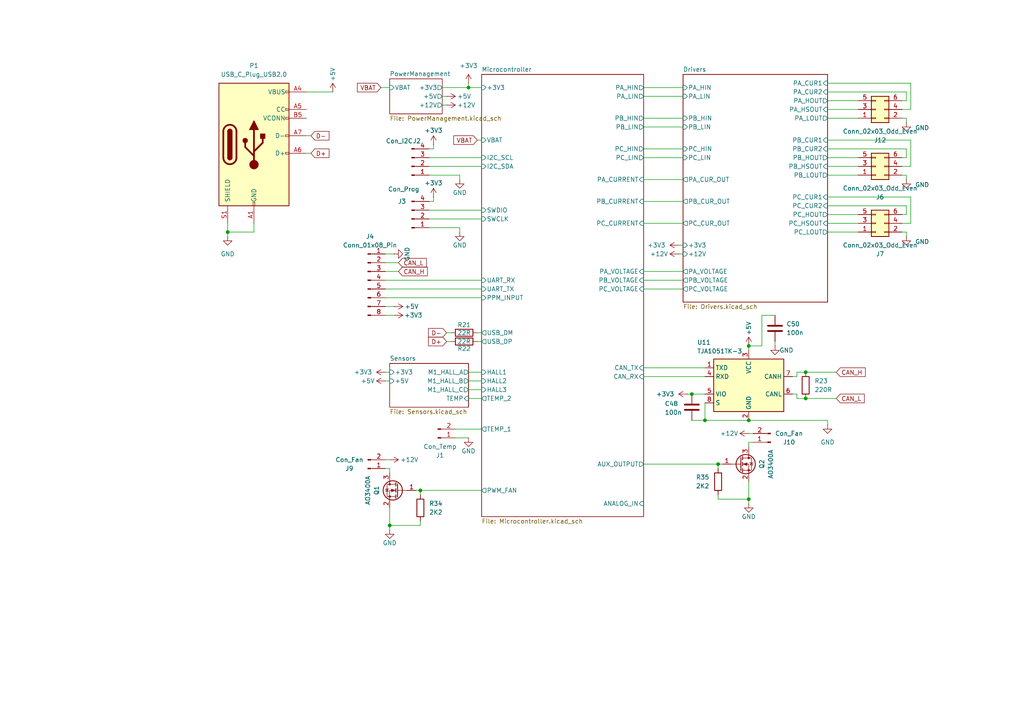
<source format=kicad_sch>
(kicad_sch (version 20250114) (generator "eeschema") (generator_version "9.0")
  (paper "A4")
  (lib_symbols
    (symbol "Connector:Conn_01x02_Pin" (pin_names (offset 1.016) (hide yes))
      (property "Reference" "J" (at 0 2.54 0))
      (property "Value" "Conn_01x02_Pin" (at 0 -5.08 0))
      (symbol "Conn_01x02_Pin_1_1"
        (rectangle (start 0.8636 0.127) (end 0 -0.127) (stroke (width 0.1524)) (fill (type outline)))
        (rectangle (start 0.8636 -2.413) (end 0 -2.667) (stroke (width 0.1524)) (fill (type outline)))
        (polyline (pts (xy 1.27 0) (xy 0.8636 0)) (stroke (width 0.1524)))
        (polyline (pts (xy 1.27 -2.54) (xy 0.8636 -2.54)) (stroke (width 0.1524)))
        (pin passive line (at 5.08 0 180) (length 3.81) (name "Pin_1") (number "1"))
        (pin passive line (at 5.08 -2.54 180) (length 3.81) (name "Pin_2") (number "2"))
      )
    )
    (symbol "Connector:Conn_01x04_Pin" (pin_names (offset 1.016) (hide yes))
      (property "Reference" "J" (at 0 5.08 0))
      (property "Value" "Conn_01x04_Pin" (at 0 -7.62 0))
      (symbol "Conn_01x04_Pin_1_1"
        (rectangle (start 0.8636 2.667) (end 0 2.413) (stroke (width 0.1524)) (fill (type outline)))
        (rectangle (start 0.8636 0.127) (end 0 -0.127) (stroke (width 0.1524)) (fill (type outline)))
        (rectangle (start 0.8636 -2.413) (end 0 -2.667) (stroke (width 0.1524)) (fill (type outline)))
        (rectangle (start 0.8636 -4.953) (end 0 -5.207) (stroke (width 0.1524)) (fill (type outline)))
        (polyline (pts (xy 1.27 2.54) (xy 0.8636 2.54)) (stroke (width 0.1524)))
        (polyline (pts (xy 1.27 0) (xy 0.8636 0)) (stroke (width 0.1524)))
        (polyline (pts (xy 1.27 -2.54) (xy 0.8636 -2.54)) (stroke (width 0.1524)))
        (polyline (pts (xy 1.27 -5.08) (xy 0.8636 -5.08)) (stroke (width 0.1524)))
        (pin passive line (at 5.08 2.54 180) (length 3.81) (name "Pin_1") (number "1"))
        (pin passive line (at 5.08 0 180) (length 3.81) (name "Pin_2") (number "2"))
        (pin passive line (at 5.08 -2.54 180) (length 3.81) (name "Pin_3") (number "3"))
        (pin passive line (at 5.08 -5.08 180) (length 3.81) (name "Pin_4") (number "4"))
      )
    )
    (symbol "Connector:Conn_01x08_Pin" (pin_names (offset 1.016) (hide yes))
      (property "Reference" "J" (at 0 10.16 0))
      (property "Value" "Conn_01x08_Pin" (at 0 -12.7 0))
      (symbol "Conn_01x08_Pin_1_1"
        (rectangle (start 0.8636 7.747) (end 0 7.493) (stroke (width 0.1524)) (fill (type outline)))
        (rectangle (start 0.8636 5.207) (end 0 4.953) (stroke (width 0.1524)) (fill (type outline)))
        (rectangle (start 0.8636 2.667) (end 0 2.413) (stroke (width 0.1524)) (fill (type outline)))
        (rectangle (start 0.8636 0.127) (end 0 -0.127) (stroke (width 0.1524)) (fill (type outline)))
        (rectangle (start 0.8636 -2.413) (end 0 -2.667) (stroke (width 0.1524)) (fill (type outline)))
        (rectangle (start 0.8636 -4.953) (end 0 -5.207) (stroke (width 0.1524)) (fill (type outline)))
        (rectangle (start 0.8636 -7.493) (end 0 -7.747) (stroke (width 0.1524)) (fill (type outline)))
        (rectangle (start 0.8636 -10.033) (end 0 -10.287) (stroke (width 0.1524)) (fill (type outline)))
        (polyline (pts (xy 1.27 7.62) (xy 0.8636 7.62)) (stroke (width 0.1524)))
        (polyline (pts (xy 1.27 5.08) (xy 0.8636 5.08)) (stroke (width 0.1524)))
        (polyline (pts (xy 1.27 2.54) (xy 0.8636 2.54)) (stroke (width 0.1524)))
        (polyline (pts (xy 1.27 0) (xy 0.8636 0)) (stroke (width 0.1524)))
        (polyline (pts (xy 1.27 -2.54) (xy 0.8636 -2.54)) (stroke (width 0.1524)))
        (polyline (pts (xy 1.27 -5.08) (xy 0.8636 -5.08)) (stroke (width 0.1524)))
        (polyline (pts (xy 1.27 -7.62) (xy 0.8636 -7.62)) (stroke (width 0.1524)))
        (polyline (pts (xy 1.27 -10.16) (xy 0.8636 -10.16)) (stroke (width 0.1524)))
        (pin passive line (at 5.08 7.62 180) (length 3.81) (name "Pin_1") (number "1"))
        (pin passive line (at 5.08 5.08 180) (length 3.81) (name "Pin_2") (number "2"))
        (pin passive line (at 5.08 2.54 180) (length 3.81) (name "Pin_3") (number "3"))
        (pin passive line (at 5.08 0 180) (length 3.81) (name "Pin_4") (number "4"))
        (pin passive line (at 5.08 -2.54 180) (length 3.81) (name "Pin_5") (number "5"))
        (pin passive line (at 5.08 -5.08 180) (length 3.81) (name "Pin_6") (number "6"))
        (pin passive line (at 5.08 -7.62 180) (length 3.81) (name "Pin_7") (number "7"))
        (pin passive line (at 5.08 -10.16 180) (length 3.81) (name "Pin_8") (number "8"))
      )
    )
    (symbol "Connector:USB_C_Plug_USB2.0" (pin_names (offset 1.016))
      (property "Reference" "P" (at -10.16 19.05 0))
      (property "Value" "USB_C_Plug_USB2.0" (at 12.7 19.05 0))
      (symbol "USB_C_Plug_USB2.0_0_0"
        (rectangle (start -0.254 -17.78) (end 0.254 -16.764))
        (rectangle (start 10.16 15.494) (end 9.144 14.986))
        (rectangle (start 10.16 10.414) (end 9.144 9.906))
        (rectangle (start 10.16 7.874) (end 9.144 7.366))
        (rectangle (start 10.16 2.794) (end 9.144 2.286))
        (rectangle (start 10.16 -2.286) (end 9.144 -2.794))
      )
      (symbol "USB_C_Plug_USB2.0_0_1"
        (rectangle (start -10.16 17.78) (end 10.16 -17.78) (stroke (width 0.254)) (fill (type background)))
        (polyline (pts (xy -8.89 -3.81) (xy -8.89 3.81)) (stroke (width 0.508)))
        (rectangle (start -7.62 -3.81) (end -6.35 3.81) (stroke (width 0.254)) (fill (type outline)))
        (arc (start -7.62 3.81) (mid -6.985 4.4423) (end -6.35 3.81) (stroke (width 0.254)))
        (arc (start -7.62 3.81) (mid -6.985 4.4423) (end -6.35 3.81) (stroke (width 0.254)) (fill (type outline)))
        (arc (start -8.89 3.81) (mid -6.985 5.7067) (end -5.08 3.81) (stroke (width 0.508)))
        (arc (start -5.08 -3.81) (mid -6.985 -5.7067) (end -8.89 -3.81) (stroke (width 0.508)))
        (arc (start -6.35 -3.81) (mid -6.985 -4.4423) (end -7.62 -3.81) (stroke (width 0.254)))
        (arc (start -6.35 -3.81) (mid -6.985 -4.4423) (end -7.62 -3.81) (stroke (width 0.254)) (fill (type outline)))
        (polyline (pts (xy -5.08 3.81) (xy -5.08 -3.81)) (stroke (width 0.508)))
        (circle (center -2.54 1.143) (radius 0.635) (stroke (width 0.254)) (fill (type outline)))
        (polyline (pts (xy -1.27 4.318) (xy 0 6.858) (xy 1.27 4.318) (xy -1.27 4.318)) (stroke (width 0.254)) (fill (type outline)))
        (polyline (pts (xy 0 -2.032) (xy 2.54 0.508) (xy 2.54 1.778)) (stroke (width 0.508)))
        (polyline (pts (xy 0 -3.302) (xy -2.54 -0.762) (xy -2.54 0.508)) (stroke (width 0.508)))
        (polyline (pts (xy 0 -5.842) (xy 0 4.318)) (stroke (width 0.508)))
        (circle (center 0 -5.842) (radius 1.27) (fill (type outline)))
        (rectangle (start 1.905 1.778) (end 3.175 3.048) (stroke (width 0.254)) (fill (type outline)))
      )
      (symbol "USB_C_Plug_USB2.0_1_1"
        (pin passive line (at -7.62 -22.86 90) (length 5.08) (name "SHIELD") (number "S1"))
        (pin passive line (at 0 -22.86 90) (length 5.08) (name "GND") (number "A1"))
        (pin passive line (at 0 -22.86 90) (length 5.08) (hide yes) (name "GND") (number "A12"))
        (pin passive line (at 0 -22.86 90) (length 5.08) (hide yes) (name "GND") (number "B1"))
        (pin passive line (at 0 -22.86 90) (length 5.08) (hide yes) (name "GND") (number "B12"))
        (pin passive line (at 15.24 15.24 180) (length 5.08) (name "VBUS") (number "A4"))
        (pin passive line (at 15.24 15.24 180) (length 5.08) (hide yes) (name "VBUS") (number "A9"))
        (pin passive line (at 15.24 15.24 180) (length 5.08) (hide yes) (name "VBUS") (number "B4"))
        (pin passive line (at 15.24 15.24 180) (length 5.08) (hide yes) (name "VBUS") (number "B9"))
        (pin bidirectional line (at 15.24 10.16 180) (length 5.08) (name "CC") (number "A5"))
        (pin bidirectional line (at 15.24 7.62 180) (length 5.08) (name "VCONN") (number "B5"))
        (pin bidirectional line (at 15.24 2.54 180) (length 5.08) (name "D-") (number "A7"))
        (pin bidirectional line (at 15.24 -2.54 180) (length 5.08) (name "D+") (number "A6"))
      )
    )
    (symbol "Connector_Generic:Conn_02x03_Odd_Even" (pin_names (offset 1.016) (hide yes))
      (property "Reference" "J" (at 1.27 5.08 0))
      (property "Value" "Conn_02x03_Odd_Even" (at 1.27 -5.08 0))
      (symbol "Conn_02x03_Odd_Even_1_1"
        (rectangle (start -1.27 3.81) (end 3.81 -3.81) (stroke (width 0.254)) (fill (type background)))
        (rectangle (start -1.27 2.667) (end 0 2.413) (stroke (width 0.1524)))
        (rectangle (start -1.27 0.127) (end 0 -0.127) (stroke (width 0.1524)))
        (rectangle (start -1.27 -2.413) (end 0 -2.667) (stroke (width 0.1524)))
        (rectangle (start 3.81 2.667) (end 2.54 2.413) (stroke (width 0.1524)))
        (rectangle (start 3.81 0.127) (end 2.54 -0.127) (stroke (width 0.1524)))
        (rectangle (start 3.81 -2.413) (end 2.54 -2.667) (stroke (width 0.1524)))
        (pin passive line (at -5.08 2.54 0) (length 3.81) (name "Pin_1") (number "1"))
        (pin passive line (at -5.08 0 0) (length 3.81) (name "Pin_3") (number "3"))
        (pin passive line (at -5.08 -2.54 0) (length 3.81) (name "Pin_5") (number "5"))
        (pin passive line (at 7.62 2.54 180) (length 3.81) (name "Pin_2") (number "2"))
        (pin passive line (at 7.62 0 180) (length 3.81) (name "Pin_4") (number "4"))
        (pin passive line (at 7.62 -2.54 180) (length 3.81) (name "Pin_6") (number "6"))
      )
    )
    (symbol "Device:C" (pin_numbers (hide yes)) (pin_names (offset 0.254))
      (property "Reference" "C" (at 0.635 2.54 0))
      (property "Value" "C" (at 0.635 -2.54 0))
      (symbol "C_0_1"
        (polyline (pts (xy -2.032 0.762) (xy 2.032 0.762)) (stroke (width 0.508)))
        (polyline (pts (xy -2.032 -0.762) (xy 2.032 -0.762)) (stroke (width 0.508)))
      )
      (symbol "C_1_1"
        (pin passive line (at 0 3.81 270) (length 2.794) (name "~") (number "1"))
        (pin passive line (at 0 -3.81 90) (length 2.794) (name "~") (number "2"))
      )
    )
    (symbol "Device:R" (pin_numbers (hide yes)) (pin_names (offset 0))
      (property "Reference" "R" (at 2.032 0 90))
      (property "Value" "R" (at 0 0 90))
      (symbol "R_0_1"
        (rectangle (start -1.016 -2.54) (end 1.016 2.54) (stroke (width 0.254)))
      )
      (symbol "R_1_1"
        (pin passive line (at 0 3.81 270) (length 1.27) (name "~") (number "1"))
        (pin passive line (at 0 -3.81 90) (length 1.27) (name "~") (number "2"))
      )
    )
    (symbol "Interface_CAN_LIN:TJA1051TK-3"
      (property "Reference" "U" (at -10.16 8.89 0))
      (property "Value" "TJA1051TK-3" (at 1.27 8.89 0))
      (symbol "TJA1051TK-3_0_1"
        (rectangle (start -10.16 7.62) (end 10.16 -7.62) (stroke (width 0.254)) (fill (type background)))
      )
      (symbol "TJA1051TK-3_1_1"
        (pin input line (at -12.7 5.08 0) (length 2.54) (name "TXD") (number "1"))
        (pin output line (at -12.7 2.54 0) (length 2.54) (name "RXD") (number "4"))
        (pin power_in line (at -12.7 -2.54 0) (length 2.54) (name "VIO") (number "5"))
        (pin input line (at -12.7 -5.08 0) (length 2.54) (name "S") (number "8"))
        (pin power_in line (at 0 10.16 270) (length 2.54) (name "VCC") (number "3"))
        (pin power_in line (at 0 -10.16 90) (length 2.54) (name "GND") (number "2"))
        (pin passive line (at 0 -10.16 90) (length 2.54) (hide yes) (name "GND") (number "9"))
        (pin bidirectional line (at 12.7 2.54 180) (length 2.54) (name "CANH") (number "7"))
        (pin bidirectional line (at 12.7 -2.54 180) (length 2.54) (name "CANL") (number "6"))
      )
    )
    (symbol "Transistor_FET:AO3400A" (pin_names (hide yes))
      (property "Reference" "Q" (at 5.08 1.905 0))
      (property "Value" "AO3400A" (at 5.08 0 0))
      (symbol "AO3400A_0_1"
        (polyline (pts (xy 0.254 1.905) (xy 0.254 -1.905)) (stroke (width 0.254)))
        (polyline (pts (xy 0.254 0) (xy -2.54 0)))
        (polyline (pts (xy 0.762 2.286) (xy 0.762 1.27)) (stroke (width 0.254)))
        (polyline (pts (xy 0.762 0.508) (xy 0.762 -0.508)) (stroke (width 0.254)))
        (polyline (pts (xy 0.762 -1.27) (xy 0.762 -2.286)) (stroke (width 0.254)))
        (polyline (pts (xy 0.762 -1.778) (xy 3.302 -1.778) (xy 3.302 1.778) (xy 0.762 1.778)))
        (polyline (pts (xy 1.016 0) (xy 2.032 0.381) (xy 2.032 -0.381) (xy 1.016 0)) (fill (type outline)))
        (circle (center 1.651 0) (radius 2.794) (stroke (width 0.254)))
        (polyline (pts (xy 2.54 2.54) (xy 2.54 1.778)))
        (circle (center 2.54 1.778) (radius 0.254) (fill (type outline)))
        (circle (center 2.54 -1.778) (radius 0.254) (fill (type outline)))
        (polyline (pts (xy 2.54 -2.54) (xy 2.54 0) (xy 0.762 0)))
        (polyline (pts (xy 2.794 0.508) (xy 2.921 0.381) (xy 3.683 0.381) (xy 3.81 0.254)))
        (polyline (pts (xy 3.302 0.381) (xy 2.921 -0.254) (xy 3.683 -0.254) (xy 3.302 0.381)))
      )
      (symbol "AO3400A_1_1"
        (pin input line (at -5.08 0 0) (length 2.54) (name "G") (number "1"))
        (pin passive line (at 2.54 5.08 270) (length 2.54) (name "D") (number "3"))
        (pin passive line (at 2.54 -5.08 90) (length 2.54) (name "S") (number "2"))
      )
    )
    (symbol "power:+12V" (power) (pin_numbers (hide yes)) (pin_names (offset 0) (hide yes))
      (property "Value" "+12V" (at 0 3.556 0))
      (symbol "+12V_0_1"
        (polyline (pts (xy -0.762 1.27) (xy 0 2.54)))
        (polyline (pts (xy 0 2.54) (xy 0.762 1.27)))
        (polyline (pts (xy 0 0) (xy 0 2.54)))
      )
      (symbol "+12V_1_1"
        (pin power_in line (at 0 0 90) (length 0) (name "~") (number "1"))
      )
    )
    (symbol "power:+3V3" (power) (pin_numbers (hide yes)) (pin_names (offset 0) (hide yes))
      (property "Value" "+3V3" (at 0 3.556 0))
      (symbol "+3V3_0_1"
        (polyline (pts (xy -0.762 1.27) (xy 0 2.54)))
        (polyline (pts (xy 0 2.54) (xy 0.762 1.27)))
        (polyline (pts (xy 0 0) (xy 0 2.54)))
      )
      (symbol "+3V3_1_1"
        (pin power_in line (at 0 0 90) (length 0) (name "~") (number "1"))
      )
    )
    (symbol "power:+5V" (power) (pin_numbers (hide yes)) (pin_names (offset 0) (hide yes))
      (property "Value" "+5V" (at 0 3.556 0))
      (symbol "+5V_0_1"
        (polyline (pts (xy -0.762 1.27) (xy 0 2.54)))
        (polyline (pts (xy 0 2.54) (xy 0.762 1.27)))
        (polyline (pts (xy 0 0) (xy 0 2.54)))
      )
      (symbol "+5V_1_1"
        (pin power_in line (at 0 0 90) (length 0) (name "~") (number "1"))
      )
    )
    (symbol "power:GND" (power) (pin_numbers (hide yes)) (pin_names (offset 0) (hide yes))
      (property "Value" "GND" (at 0 -3.81 0))
      (symbol "GND_0_1"
        (polyline (pts (xy 0 0) (xy 0 -1.27) (xy 1.27 -1.27) (xy 0 -2.54) (xy -1.27 -1.27) (xy 0 -1.27)))
      )
      (symbol "GND_1_1"
        (pin power_in line (at 0 0 270) (length 0) (name "~") (number "1"))
      )
    )
  )
  (junction (at 208.28 134.62))
  (junction (at 200.66 114.3))
  (junction (at 217.17 121.92))
  (junction (at 121.92 142.24))
  (junction (at 233.68 107.95))
  (junction (at 66.04 67.31))
  (junction (at 217.17 100.33))
  (junction (at 113.03 152.4))
  (junction (at 204.47 121.92))
  (junction (at 233.68 115.57))
  (junction (at 135.89 25.4))
  (junction (at 217.17 144.78))
  (wire (pts (xy 113.03 137.16) (xy 113.03 135.89)))
  (wire (pts (xy 240.03 59.69) (xy 262.89 59.69)))
  (wire (pts (xy 220.98 100.33) (xy 220.98 91.44)))
  (wire (pts (xy 111.76 83.82) (xy 139.7 83.82)))
  (wire (pts (xy 111.76 91.44) (xy 114.3 91.44)))
  (wire (pts (xy 217.17 144.78) (xy 208.28 144.78)))
  (wire (pts (xy 139.7 99.06) (xy 138.43 99.06)))
  (wire (pts (xy 186.69 109.22) (xy 204.47 109.22)))
  (wire (pts (xy 186.69 25.4) (xy 198.12 25.4)))
  (wire (pts (xy 240.03 31.75) (xy 248.92 31.75)))
  (wire (pts (xy 200.66 121.92) (xy 204.47 121.92)))
  (wire (pts (xy 111.76 81.28) (xy 139.7 81.28)))
  (wire (pts (xy 240.03 121.92) (xy 217.17 121.92)))
  (wire (pts (xy 262.89 45.72) (xy 261.62 45.72)))
  (wire (pts (xy 199.39 114.3) (xy 200.66 114.3)))
  (wire (pts (xy 200.66 114.3) (xy 204.47 114.3)))
  (wire (pts (xy 73.66 64.77) (xy 73.66 67.31)))
  (wire (pts (xy 186.69 81.28) (xy 198.12 81.28)))
  (wire (pts (xy 186.69 64.77) (xy 198.12 64.77)))
  (wire (pts (xy 208.28 134.62) (xy 208.28 135.89)))
  (wire (pts (xy 217.17 144.78) (xy 217.17 146.05)))
  (wire (pts (xy 218.44 125.73) (xy 217.17 125.73)))
  (wire (pts (xy 132.08 124.46) (xy 139.7 124.46)))
  (wire (pts (xy 186.69 78.74) (xy 198.12 78.74)))
  (wire (pts (xy 240.03 121.92) (xy 240.03 123.19)))
  (wire (pts (xy 66.04 67.31) (xy 73.66 67.31)))
  (wire (pts (xy 124.46 50.8) (xy 133.35 50.8)))
  (wire (pts (xy 217.17 101.6) (xy 217.17 100.33)))
  (wire (pts (xy 124.46 43.18) (xy 125.73 43.18)))
  (wire (pts (xy 240.03 34.29) (xy 248.92 34.29)))
  (wire (pts (xy 124.46 60.96) (xy 139.7 60.96)))
  (wire (pts (xy 231.14 115.57) (xy 233.68 115.57)))
  (wire (pts (xy 124.46 63.5) (xy 139.7 63.5)))
  (wire (pts (xy 186.69 58.42) (xy 198.12 58.42)))
  (wire (pts (xy 111.76 110.49) (xy 113.03 110.49)))
  (wire (pts (xy 124.46 45.72) (xy 139.7 45.72)))
  (wire (pts (xy 133.35 50.8) (xy 133.35 52.07)))
  (wire (pts (xy 261.62 64.77) (xy 264.16 64.77)))
  (wire (pts (xy 261.62 50.8) (xy 262.89 50.8)))
  (wire (pts (xy 231.14 107.95) (xy 233.68 107.95)))
  (wire (pts (xy 229.87 109.22) (xy 231.14 109.22)))
  (wire (pts (xy 135.89 25.4) (xy 139.7 25.4)))
  (wire (pts (xy 231.14 114.3) (xy 231.14 115.57)))
  (wire (pts (xy 217.17 128.27) (xy 218.44 128.27)))
  (wire (pts (xy 186.69 45.72) (xy 198.12 45.72)))
  (wire (pts (xy 262.89 26.67) (xy 262.89 29.21)))
  (wire (pts (xy 110.49 25.4) (xy 113.03 25.4)))
  (wire (pts (xy 124.46 48.26) (xy 139.7 48.26)))
  (wire (pts (xy 186.69 106.68) (xy 204.47 106.68)))
  (wire (pts (xy 130.81 99.06) (xy 129.54 99.06)))
  (wire (pts (xy 135.89 115.57) (xy 139.7 115.57)))
  (wire (pts (xy 261.62 67.31) (xy 262.89 67.31)))
  (wire (pts (xy 264.16 48.26) (xy 264.16 40.64)))
  (wire (pts (xy 262.89 62.23) (xy 261.62 62.23)))
  (wire (pts (xy 125.73 43.18) (xy 125.73 41.91)))
  (wire (pts (xy 224.79 99.06) (xy 224.79 100.33)))
  (wire (pts (xy 133.35 66.04) (xy 133.35 67.31)))
  (wire (pts (xy 186.69 43.18) (xy 198.12 43.18)))
  (wire (pts (xy 111.76 86.36) (xy 139.7 86.36)))
  (wire (pts (xy 196.85 73.66) (xy 198.12 73.66)))
  (wire (pts (xy 132.08 127) (xy 135.89 127)))
  (wire (pts (xy 264.16 31.75) (xy 261.62 31.75)))
  (wire (pts (xy 111.76 78.74) (xy 115.57 78.74)))
  (wire (pts (xy 262.89 67.31) (xy 262.89 68.58)))
  (wire (pts (xy 88.9 26.67) (xy 96.52 26.67)))
  (wire (pts (xy 208.28 134.62) (xy 186.69 134.62)))
  (wire (pts (xy 111.76 107.95) (xy 113.03 107.95)))
  (wire (pts (xy 196.85 71.12) (xy 198.12 71.12)))
  (wire (pts (xy 261.62 34.29) (xy 262.89 34.29)))
  (wire (pts (xy 186.69 34.29) (xy 198.12 34.29)))
  (wire (pts (xy 186.69 27.94) (xy 198.12 27.94)))
  (wire (pts (xy 113.03 152.4) (xy 113.03 153.67)))
  (wire (pts (xy 138.43 40.64) (xy 139.7 40.64)))
  (wire (pts (xy 121.92 142.24) (xy 139.7 142.24)))
  (wire (pts (xy 262.89 29.21) (xy 261.62 29.21)))
  (wire (pts (xy 186.69 83.82) (xy 198.12 83.82)))
  (wire (pts (xy 240.03 24.13) (xy 264.16 24.13)))
  (wire (pts (xy 135.89 24.13) (xy 135.89 25.4)))
  (wire (pts (xy 240.03 26.67) (xy 262.89 26.67)))
  (wire (pts (xy 88.9 44.45) (xy 90.17 44.45)))
  (wire (pts (xy 262.89 59.69) (xy 262.89 62.23)))
  (wire (pts (xy 88.9 39.37) (xy 90.17 39.37)))
  (wire (pts (xy 231.14 109.22) (xy 231.14 107.95)))
  (wire (pts (xy 113.03 147.32) (xy 113.03 152.4)))
  (wire (pts (xy 240.03 62.23) (xy 248.92 62.23)))
  (wire (pts (xy 186.69 36.83) (xy 198.12 36.83)))
  (wire (pts (xy 129.54 30.48) (xy 128.27 30.48)))
  (wire (pts (xy 66.04 67.31) (xy 66.04 68.58)))
  (wire (pts (xy 240.03 64.77) (xy 248.92 64.77)))
  (wire (pts (xy 111.76 73.66) (xy 114.3 73.66)))
  (wire (pts (xy 113.03 152.4) (xy 121.92 152.4)))
  (wire (pts (xy 220.98 91.44) (xy 224.79 91.44)))
  (wire (pts (xy 135.89 110.49) (xy 139.7 110.49)))
  (wire (pts (xy 233.68 115.57) (xy 242.57 115.57)))
  (wire (pts (xy 128.27 25.4) (xy 135.89 25.4)))
  (wire (pts (xy 186.69 52.07) (xy 198.12 52.07)))
  (wire (pts (xy 262.89 43.18) (xy 262.89 45.72)))
  (wire (pts (xy 264.16 24.13) (xy 264.16 31.75)))
  (wire (pts (xy 135.89 107.95) (xy 139.7 107.95)))
  (wire (pts (xy 204.47 116.84) (xy 204.47 121.92)))
  (wire (pts (xy 135.89 113.03) (xy 139.7 113.03)))
  (wire (pts (xy 111.76 133.35) (xy 113.03 133.35)))
  (wire (pts (xy 129.54 27.94) (xy 128.27 27.94)))
  (wire (pts (xy 113.03 135.89) (xy 111.76 135.89)))
  (wire (pts (xy 240.03 45.72) (xy 248.92 45.72)))
  (wire (pts (xy 66.04 64.77) (xy 66.04 67.31)))
  (wire (pts (xy 204.47 121.92) (xy 217.17 121.92)))
  (wire (pts (xy 124.46 58.42) (xy 125.73 58.42)))
  (wire (pts (xy 217.17 100.33) (xy 220.98 100.33)))
  (wire (pts (xy 262.89 50.8) (xy 262.89 52.07)))
  (wire (pts (xy 233.68 107.95) (xy 242.57 107.95)))
  (wire (pts (xy 240.03 43.18) (xy 262.89 43.18)))
  (wire (pts (xy 262.89 34.29) (xy 262.89 35.56)))
  (wire (pts (xy 264.16 40.64) (xy 240.03 40.64)))
  (wire (pts (xy 125.73 58.42) (xy 125.73 57.15)))
  (wire (pts (xy 217.17 129.54) (xy 217.17 128.27)))
  (wire (pts (xy 139.7 96.52) (xy 138.43 96.52)))
  (wire (pts (xy 121.92 142.24) (xy 121.92 143.51)))
  (wire (pts (xy 240.03 50.8) (xy 248.92 50.8)))
  (wire (pts (xy 120.65 142.24) (xy 121.92 142.24)))
  (wire (pts (xy 264.16 48.26) (xy 261.62 48.26)))
  (wire (pts (xy 240.03 67.31) (xy 248.92 67.31)))
  (wire (pts (xy 229.87 114.3) (xy 231.14 114.3)))
  (wire (pts (xy 208.28 144.78) (xy 208.28 143.51)))
  (wire (pts (xy 130.81 96.52) (xy 129.54 96.52)))
  (wire (pts (xy 111.76 88.9) (xy 114.3 88.9)))
  (wire (pts (xy 209.55 134.62) (xy 208.28 134.62)))
  (wire (pts (xy 121.92 152.4) (xy 121.92 151.13)))
  (wire (pts (xy 264.16 57.15) (xy 264.16 64.77)))
  (wire (pts (xy 240.03 57.15) (xy 264.16 57.15)))
  (wire (pts (xy 217.17 139.7) (xy 217.17 144.78)))
  (wire (pts (xy 240.03 29.21) (xy 248.92 29.21)))
  (wire (pts (xy 240.03 48.26) (xy 248.92 48.26)))
  (wire (pts (xy 124.46 66.04) (xy 133.35 66.04)))
  (wire (pts (xy 111.76 76.2) (xy 115.57 76.2)))
  (global_label "VBAT" (shape input) (at 138.43 40.64 180) (property "Intersheetrefs" "${INTERSHEET_REFS}" (effects (hide yes))))
  (global_label "D+" (shape input) (at 129.54 99.06 180) (property "Intersheetrefs" "${INTERSHEET_REFS}" (effects (hide yes))))
  (global_label "CAN_H" (shape input) (at 115.57 78.74 0) (property "Intersheetrefs" "${INTERSHEET_REFS}" (effects (hide yes))))
  (global_label "CAN_H" (shape input) (at 242.57 107.95 0) (property "Intersheetrefs" "${INTERSHEET_REFS}" (effects (hide yes))))
  (global_label "D-" (shape input) (at 90.17 39.37 0) (property "Intersheetrefs" "${INTERSHEET_REFS}" (effects (hide yes))))
  (global_label "CAN_L" (shape input) (at 242.57 115.57 0) (property "Intersheetrefs" "${INTERSHEET_REFS}" (effects (hide yes))))
  (global_label "D+" (shape input) (at 90.17 44.45 0) (property "Intersheetrefs" "${INTERSHEET_REFS}" (effects (hide yes))))
  (global_label "CAN_L" (shape input) (at 115.57 76.2 0) (property "Intersheetrefs" "${INTERSHEET_REFS}" (effects (hide yes))))
  (global_label "VBAT" (shape input) (at 110.49 25.4 180) (property "Intersheetrefs" "${INTERSHEET_REFS}" (effects (hide yes))))
  (global_label "D-" (shape input) (at 129.54 96.52 180) (property "Intersheetrefs" "${INTERSHEET_REFS}" (effects (hide yes))))
  (symbol (lib_id "power:+5V") (at 217.17 100.33 0) (unit 1)
    (property "Reference" "#PWR049" (effects (hide yes)))
    (property "Value" "+5V" (at 217.17 97.282 90) (effects (justify left)))
    (property "Description" "Power symbol creates a global label with name \"+5V\"" (effects (hide yes)))
  )
  (symbol (lib_id "power:GND") (at 240.03 123.19 0) (unit 1)
    (property "Reference" "#PWR045" (effects (hide yes)))
    (property "Value" "GND" (at 240.03 128.27 0))
    (property "Description" "Power symbol creates a global label with name \"GND\" , ground" (effects (hide yes)))
  )
  (symbol (lib_id "Connector:Conn_01x08_Pin") (at 106.68 81.28 0) (unit 1)
    (property "Reference" "J4" (at 107.315 68.58 0))
    (property "Value" "Conn_01x08_Pin" (at 107.315 71.12 0))
    (property "Footprint" "Connector_JST:JST_EH_B8B-EH-A_1x08_P2.50mm_Vertical" (effects (hide yes)))
    (property "Description" "Generic connector, single row, 01x08, script generated" (effects (hide yes)))
  )
  (symbol (lib_id "Connector_Generic:Conn_02x03_Odd_Even") (at 254 64.77 0) (mirror x) (unit 1)
    (property "Reference" "J7" (at 255.27 73.66 0))
    (property "Value" "Conn_02x03_Odd_Even" (at 255.27 71.12 0))
    (property "Footprint" "Connector_PinHeader_2.54mm:PinHeader_2x03_P2.54mm_Vertical" (effects (hide yes)))
    (property "Description" "Generic connector, double row, 02x03, odd/even pin numbering scheme (row 1 odd numbers, row 2 even numbers), script generated (kicad-library-utils/schlib/autogen/connector/)" (effects (hide yes)))
  )
  (symbol (lib_id "Device:R") (at 208.28 139.7 0) (mirror y) (unit 1)
    (property "Reference" "R35" (at 205.74 138.4299 0) (effects (justify left)))
    (property "Value" "2K2" (at 205.74 140.9699 0) (effects (justify left)))
    (property "Footprint" "Resistor_SMD:R_0402_1005Metric" (effects (hide yes)))
    (property "Description" "Resistor" (effects (hide yes)))
  )
  (symbol (lib_id "power:+3V3") (at 111.76 107.95 90) (unit 1)
    (property "Reference" "#PWR028" (effects (hide yes)))
    (property "Value" "+3V3" (at 107.95 107.9499 90) (effects (justify left)))
    (property "Description" "Power symbol creates a global label with name \"+3V3\"" (effects (hide yes)))
  )
  (symbol (lib_id "power:+5V") (at 114.3 88.9 270) (unit 1)
    (property "Reference" "#PWR050" (effects (hide yes)))
    (property "Value" "+5V" (at 117.348 88.9 90) (effects (justify left)))
    (property "Description" "Power symbol creates a global label with name \"+5V\"" (effects (hide yes)))
  )
  (symbol (lib_id "power:+12V") (at 217.17 125.73 90) (mirror x) (unit 1)
    (property "Reference" "#PWR064" (effects (hide yes)))
    (property "Value" "+12V" (at 214.122 125.73 90) (effects (justify left)))
    (property "Description" "Power symbol creates a global label with name \"+12V\"" (effects (hide yes)))
  )
  (symbol (lib_id "Connector:Conn_01x04_Pin") (at 119.38 63.5 0) (mirror x) (unit 1)
    (property "Reference" "J3" (at 116.586 58.42 0))
    (property "Value" "Con_Prog" (at 117.094 54.864 0))
    (property "Footprint" "Connector_JST:JST_EH_B4B-EH-A_1x04_P2.50mm_Vertical" (effects (hide yes)))
    (property "Description" "Generic connector, single row, 01x04, script generated" (effects (hide yes)))
  )
  (symbol (lib_id "Transistor_FET:AO3400A") (at 214.63 134.62 0) (unit 1)
    (property "Reference" "Q2" (at 220.98 134.62 90))
    (property "Value" "AO3400A" (at 223.52 134.62 90))
    (property "Footprint" "Package_TO_SOT_SMD:SOT-23" (effects (hide yes)))
    (property "Datasheet" "http://www.aosmd.com/pdfs/datasheet/AO3400A.pdf" (effects (hide yes)))
    (property "Description" "30V Vds, 5.7A Id, N-Channel MOSFET, SOT-23" (effects (hide yes)))
  )
  (symbol (lib_id "power:+5V") (at 111.76 110.49 90) (unit 1)
    (property "Reference" "#PWR025" (effects (hide yes)))
    (property "Value" "+5V" (at 108.712 110.49 90) (effects (justify left)))
    (property "Description" "Power symbol creates a global label with name \"+5V\"" (effects (hide yes)))
  )
  (symbol (lib_id "power:GND") (at 262.89 68.58 0) (unit 1)
    (property "Reference" "#PWR057" (effects (hide yes)))
    (property "Value" "GND" (at 267.462 70.104 0))
    (property "Description" "Power symbol creates a global label with name \"GND\" , ground" (effects (hide yes)))
  )
  (symbol (lib_id "Transistor_FET:AO3400A") (at 115.57 142.24 0) (mirror y) (unit 1)
    (property "Reference" "Q1" (at 109.22 142.24 90))
    (property "Value" "AO3400A" (at 106.68 142.24 90))
    (property "Footprint" "Package_TO_SOT_SMD:SOT-23" (effects (hide yes)))
    (property "Datasheet" "http://www.aosmd.com/pdfs/datasheet/AO3400A.pdf" (effects (hide yes)))
    (property "Description" "30V Vds, 5.7A Id, N-Channel MOSFET, SOT-23" (effects (hide yes)))
  )
  (symbol (lib_id "power:+3V3") (at 125.73 41.91 0) (unit 1)
    (property "Reference" "#PWR030" (effects (hide yes)))
    (property "Value" "+3V3" (at 125.73 37.846 0))
    (property "Description" "Power symbol creates a global label with name \"+3V3\"" (effects (hide yes)))
  )
  (symbol (lib_id "power:GND") (at 262.89 35.56 0) (unit 1)
    (property "Reference" "#PWR055" (effects (hide yes)))
    (property "Value" "GND" (at 267.462 37.084 0))
    (property "Description" "Power symbol creates a global label with name \"GND\" , ground" (effects (hide yes)))
  )
  (symbol (lib_id "power:GND") (at 224.79 100.33 0) (unit 1)
    (property "Reference" "#PWR048" (effects (hide yes)))
    (property "Value" "GND" (at 228.092 101.6 0))
    (property "Description" "Power symbol creates a global label with name \"GND\" , ground" (effects (hide yes)))
  )
  (symbol (lib_id "power:+12V") (at 129.54 30.48 270) (unit 1)
    (property "Reference" "#PWR07" (effects (hide yes)))
    (property "Value" "+12V" (at 132.588 30.48 90) (effects (justify left)))
    (property "Description" "Power symbol creates a global label with name \"+12V\"" (effects (hide yes)))
  )
  (symbol (lib_id "Device:C") (at 200.66 118.11 0) (unit 1)
    (property "Reference" "C48" (at 192.786 117.094 0) (effects (justify left)))
    (property "Value" "100n" (at 192.786 119.634 0) (effects (justify left)))
    (property "Footprint" "Capacitor_SMD:C_0402_1005Metric" (effects (hide yes)))
    (property "Description" "Unpolarized capacitor" (effects (hide yes)))
  )
  (symbol (lib_id "power:+3V3") (at 114.3 91.44 270) (unit 1)
    (property "Reference" "#PWR042" (effects (hide yes)))
    (property "Value" "+3V3" (at 119.888 91.44 90))
    (property "Description" "Power symbol creates a global label with name \"+3V3\"" (effects (hide yes)))
  )
  (symbol (lib_id "Device:R") (at 134.62 99.06 90) (unit 1)
    (property "Reference" "R22" (at 134.62 101.092 90))
    (property "Value" "22R" (at 134.62 99.06 90))
    (property "Footprint" "Resistor_SMD:R_0402_1005Metric" (effects (hide yes)))
    (property "Description" "Resistor" (effects (hide yes)))
  )
  (symbol (lib_id "Connector_Generic:Conn_02x03_Odd_Even") (at 254 48.26 0) (mirror x) (unit 1)
    (property "Reference" "J6" (at 255.27 57.15 0))
    (property "Value" "Conn_02x03_Odd_Even" (at 255.27 54.61 0))
    (property "Footprint" "Connector_PinHeader_2.54mm:PinHeader_2x03_P2.54mm_Vertical" (effects (hide yes)))
    (property "Description" "Generic connector, double row, 02x03, odd/even pin numbering scheme (row 1 odd numbers, row 2 even numbers), script generated (kicad-library-utils/schlib/autogen/connector/)" (effects (hide yes)))
  )
  (symbol (lib_id "power:GND") (at 113.03 153.67 0) (unit 1)
    (property "Reference" "#PWR062" (effects (hide yes)))
    (property "Value" "GND" (at 113.03 157.48 0))
    (property "Description" "Power symbol creates a global label with name \"GND\" , ground" (effects (hide yes)))
  )
  (symbol (lib_id "power:+3V3") (at 125.73 57.15 0) (unit 1)
    (property "Reference" "#PWR035" (effects (hide yes)))
    (property "Value" "+3V3" (at 125.73 53.086 0))
    (property "Description" "Power symbol creates a global label with name \"+3V3\"" (effects (hide yes)))
  )
  (symbol (lib_id "Interface_CAN_LIN:TJA1051TK-3") (at 217.17 111.76 0) (unit 1)
    (property "Reference" "U11" (at 202.184 99.314 0) (effects (justify left)))
    (property "Value" "TJA1051TK-3" (at 202.184 101.854 0) (effects (justify left)))
    (property "Footprint" "Package_SON:HVSON-8-1EP_3x3mm_P0.65mm_EP1.6x2.4mm" (effects (hide yes)))
    (property "Datasheet" "https://www.nxp.com/docs/en/data-sheet/TJA1051.pdf" (effects (hide yes)))
    (property "Description" "High-Speed CAN Transceiver, separate VIO, silent mode, VSON-8 (DFN-8)" (effects (hide yes)))
  )
  (symbol (lib_id "power:GND") (at 135.89 127 0) (unit 1)
    (property "Reference" "#PWR051" (effects (hide yes)))
    (property "Value" "GND" (at 135.89 130.81 0))
    (property "Description" "Power symbol creates a global label with name \"GND\" , ground" (effects (hide yes)))
  )
  (symbol (lib_id "Device:C") (at 224.79 95.25 0) (unit 1)
    (property "Reference" "C50" (at 228.092 93.98 0) (effects (justify left)))
    (property "Value" "100n" (at 228.092 96.52 0) (effects (justify left)))
    (property "Footprint" "Capacitor_SMD:C_0402_1005Metric" (effects (hide yes)))
    (property "Description" "Unpolarized capacitor" (effects (hide yes)))
  )
  (symbol (lib_id "Connector:Conn_01x04_Pin") (at 119.38 48.26 0) (mirror x) (unit 1)
    (property "Reference" "J2" (at 120.904 40.894 0))
    (property "Value" "Con_I2C" (at 115.824 40.894 0))
    (property "Footprint" "Connector_JST:JST_EH_B4B-EH-A_1x04_P2.50mm_Vertical" (effects (hide yes)))
    (property "Description" "Generic connector, single row, 01x04, script generated" (effects (hide yes)))
  )
  (symbol (lib_id "power:GND") (at 217.17 146.05 0) (mirror y) (unit 1)
    (property "Reference" "#PWR065" (effects (hide yes)))
    (property "Value" "GND" (at 217.17 149.86 0))
    (property "Description" "Power symbol creates a global label with name \"GND\" , ground" (effects (hide yes)))
  )
  (symbol (lib_id "Connector:Conn_01x02_Pin") (at 127 127 0) (mirror x) (unit 1)
    (property "Reference" "J1" (at 127.635 132.08 0))
    (property "Value" "Con_Temp" (at 127.635 129.54 0))
    (property "Footprint" "Connector_JST:JST_EH_B2B-EH-A_1x02_P2.50mm_Vertical" (effects (hide yes)))
    (property "Description" "Generic connector, single row, 01x02, script generated" (effects (hide yes)))
  )
  (symbol (lib_id "Device:R") (at 134.62 96.52 90) (unit 1)
    (property "Reference" "R21" (at 134.62 94.234 90))
    (property "Value" "22R" (at 134.62 96.52 90))
    (property "Footprint" "Resistor_SMD:R_0402_1005Metric" (effects (hide yes)))
    (property "Description" "Resistor" (effects (hide yes)))
  )
  (symbol (lib_id "Connector:USB_C_Plug_USB2.0") (at 73.66 41.91 0) (unit 1)
    (property "Reference" "P1" (at 73.66 19.05 0))
    (property "Value" "USB_C_Plug_USB2.0" (at 73.66 21.59 0))
    (property "Footprint" "Connector_USB:USB_C_Receptacle_G-Switch_GT-USB-7010ASV" (effects (hide yes)))
    (property "Datasheet" "https://www.usb.org/sites/default/files/documents/usb_type-c.zip" (effects (hide yes)))
    (property "Description" "USB 2.0-only Type-C Plug connector" (effects (hide yes)))
  )
  (symbol (lib_id "power:+5V") (at 96.52 26.67 0) (unit 1)
    (property "Reference" "#PWR043" (effects (hide yes)))
    (property "Value" "+5V" (at 96.52 23.622 90) (effects (justify left)))
    (property "Description" "Power symbol creates a global label with name \"+5V\"" (effects (hide yes)))
  )
  (symbol (lib_id "Connector:Conn_01x02_Pin") (at 223.52 128.27 180) (unit 1)
    (property "Reference" "J10" (at 228.854 128.27 0))
    (property "Value" "Con_Fan" (at 228.854 125.73 0))
    (property "Footprint" "Connector_JST:JST_EH_B2B-EH-A_1x02_P2.50mm_Vertical" (effects (hide yes)))
    (property "Description" "Generic connector, single row, 01x02, script generated" (effects (hide yes)))
  )
  (symbol (lib_id "power:GND") (at 114.3 73.66 90) (unit 1)
    (property "Reference" "#PWR041" (effects (hide yes)))
    (property "Value" "GND" (at 118.11 73.66 0))
    (property "Description" "Power symbol creates a global label with name \"GND\" , ground" (effects (hide yes)))
  )
  (symbol (lib_id "power:GND") (at 133.35 67.31 0) (unit 1)
    (property "Reference" "#PWR040" (effects (hide yes)))
    (property "Value" "GND" (at 133.35 71.12 0))
    (property "Description" "Power symbol creates a global label with name \"GND\" , ground" (effects (hide yes)))
  )
  (symbol (lib_id "Connector_Generic:Conn_02x03_Odd_Even") (at 254 31.75 0) (mirror x) (unit 1)
    (property "Reference" "J12" (at 255.27 40.64 0))
    (property "Value" "Conn_02x03_Odd_Even" (at 255.27 38.1 0))
    (property "Footprint" "Connector_PinHeader_2.54mm:PinHeader_2x03_P2.54mm_Vertical" (effects (hide yes)))
    (property "Description" "Generic connector, double row, 02x03, odd/even pin numbering scheme (row 1 odd numbers, row 2 even numbers), script generated (kicad-library-utils/schlib/autogen/connector/)" (effects (hide yes)))
  )
  (symbol (lib_id "Device:R") (at 121.92 147.32 0) (unit 1)
    (property "Reference" "R34" (at 124.46 146.0499 0) (effects (justify left)))
    (property "Value" "2K2" (at 124.46 148.5899 0) (effects (justify left)))
    (property "Footprint" "Resistor_SMD:R_0402_1005Metric" (effects (hide yes)))
    (property "Description" "Resistor" (effects (hide yes)))
  )
  (symbol (lib_id "power:GND") (at 66.04 68.58 0) (unit 1)
    (property "Reference" "#PWR044" (effects (hide yes)))
    (property "Value" "GND" (at 66.04 73.66 0))
    (property "Description" "Power symbol creates a global label with name \"GND\" , ground" (effects (hide yes)))
  )
  (symbol (lib_id "Device:R") (at 233.68 111.76 0) (unit 1)
    (property "Reference" "R23" (at 236.22 110.4899 0) (effects (justify left)))
    (property "Value" "220R" (at 236.22 113.0299 0) (effects (justify left)))
    (property "Footprint" "Resistor_SMD:R_0402_1005Metric" (effects (hide yes)))
    (property "Description" "Resistor" (effects (hide yes)))
  )
  (symbol (lib_id "power:+3V3") (at 196.85 71.12 90) (unit 1)
    (property "Reference" "#PWR019" (effects (hide yes)))
    (property "Value" "+3V3" (at 193.04 71.1199 90) (effects (justify left)))
    (property "Description" "Power symbol creates a global label with name \"+3V3\"" (effects (hide yes)))
  )
  (symbol (lib_id "power:+12V") (at 113.03 133.35 270) (unit 1)
    (property "Reference" "#PWR063" (effects (hide yes)))
    (property "Value" "+12V" (at 116.078 133.35 90) (effects (justify left)))
    (property "Description" "Power symbol creates a global label with name \"+12V\"" (effects (hide yes)))
  )
  (symbol (lib_id "power:+3V3") (at 135.89 24.13 0) (unit 1)
    (property "Reference" "#PWR01" (effects (hide yes)))
    (property "Value" "+3V3" (at 135.89 19.05 0))
    (property "Description" "Power symbol creates a global label with name \"+3V3\"" (effects (hide yes)))
  )
  (symbol (lib_id "Connector:Conn_01x02_Pin") (at 106.68 135.89 0) (mirror x) (unit 1)
    (property "Reference" "J9" (at 101.346 135.89 0))
    (property "Value" "Con_Fan" (at 101.346 133.35 0))
    (property "Footprint" "Connector_JST:JST_EH_B2B-EH-A_1x02_P2.50mm_Vertical" (effects (hide yes)))
    (property "Description" "Generic connector, single row, 01x02, script generated" (effects (hide yes)))
  )
  (symbol (lib_id "power:GND") (at 133.35 52.07 0) (unit 1)
    (property "Reference" "#PWR033" (effects (hide yes)))
    (property "Value" "GND" (at 133.35 55.88 0))
    (property "Description" "Power symbol creates a global label with name \"GND\" , ground" (effects (hide yes)))
  )
  (symbol (lib_id "power:GND") (at 262.89 52.07 0) (unit 1)
    (property "Reference" "#PWR056" (effects (hide yes)))
    (property "Value" "GND" (at 267.462 53.594 0))
    (property "Description" "Power symbol creates a global label with name \"GND\" , ground" (effects (hide yes)))
  )
  (symbol (lib_id "power:+12V") (at 196.85 73.66 90) (unit 1)
    (property "Reference" "#PWR014" (effects (hide yes)))
    (property "Value" "+12V" (at 193.802 73.66 90) (effects (justify left)))
    (property "Description" "Power symbol creates a global label with name \"+12V\"" (effects (hide yes)))
  )
  (symbol (lib_id "power:+5V") (at 129.54 27.94 270) (unit 1)
    (property "Reference" "#PWR04" (effects (hide yes)))
    (property "Value" "+5V" (at 132.588 27.94 90) (effects (justify left)))
    (property "Description" "Power symbol creates a global label with name \"+5V\"" (effects (hide yes)))
  )
  (symbol (lib_id "power:+3V3") (at 199.39 114.3 90) (unit 1)
    (property "Reference" "#PWR046" (effects (hide yes)))
    (property "Value" "+3V3" (at 195.58 114.2999 90) (effects (justify left)))
    (property "Description" "Power symbol creates a global label with name \"+3V3\"" (effects (hide yes)))
  )
  (sheet (at 113.03 105.41) (size 22.86 12.7) (stroke (width 0.1524))
    (property "Sheetname" "Sensors" (at 113.03 104.6984 0) (effects (justify left bottom)))
    (property "Sheetfile" "Sensors.kicad_sch" (at 113.03 118.6946 0) (effects (justify left top)))
    (pin "+3V3" input (at 113.03 107.95 180))
    (pin "+5V" input (at 113.03 110.49 180))
    (pin "M1_HALL_A" output (at 135.89 107.95 0))
    (pin "M1_HALL_B" output (at 135.89 110.49 0))
    (pin "M1_HALL_C" output (at 135.89 113.03 0))
    (pin "TEMP" input (at 135.89 115.57 0))
  )
  (sheet (at 113.03 22.86) (size 15.24 10.16) (stroke (width 0.1524))
    (property "Sheetname" "PowerManagement" (at 113.03 22.1484 0) (effects (justify left bottom)))
    (property "Sheetfile" "PowerManagement.kicad_sch" (at 113.03 33.6046 0) (effects (justify left top)))
    (pin "+3V3" output (at 128.27 25.4 0))
    (pin "+5V" output (at 128.27 27.94 0))
    (pin "+12V" output (at 128.27 30.48 0))
    (pin "VBAT" input (at 113.03 25.4 180))
  )
  (sheet (at 139.7 21.59) (size 46.99 128.27) (stroke (width 0.1524))
    (property "Sheetname" "Microcontroller" (at 139.7 20.8784 0) (effects (justify left bottom)))
    (property "Sheetfile" "Microcontroller.kicad_sch" (at 139.7 150.4446 0) (effects (justify left top)))
    (pin "I2C_SCL" input (at 139.7 45.72 180))
    (pin "I2C_SDA" input (at 139.7 48.26 180))
    (pin "SWCLK" input (at 139.7 63.5 180))
    (pin "SWDIO" input (at 139.7 60.96 180))
    (pin "CAN_RX" input (at 186.69 109.22 0))
    (pin "CAN_TX" input (at 186.69 106.68 0))
    (pin "PA_HIN" output (at 186.69 25.4 0))
    (pin "PA_LIN" output (at 186.69 27.94 0))
    (pin "PB_HIN" output (at 186.69 34.29 0))
    (pin "PB_LIN" output (at 186.69 36.83 0))
    (pin "PC_HIN" output (at 186.69 43.18 0))
    (pin "PC_LIN" output (at 186.69 45.72 0))
    (pin "UART_RX" input (at 139.7 81.28 180))
    (pin "UART_TX" input (at 139.7 83.82 180))
    (pin "HALL1" input (at 139.7 107.95 180))
    (pin "HALL2" input (at 139.7 110.49 180))
    (pin "HALL3" input (at 139.7 113.03 180))
    (pin "PA_CURRENT" input (at 186.69 52.07 0))
    (pin "PB_CURRENT" input (at 186.69 58.42 0))
    (pin "PC_CURRENT" input (at 186.69 64.77 0))
    (pin "+3V3" input (at 139.7 25.4 180))
    (pin "USB_DM" output (at 139.7 96.52 180))
    (pin "USB_DP" output (at 139.7 99.06 180))
    (pin "TEMP_1" output (at 139.7 124.46 180))
    (pin "TEMP_2" output (at 139.7 115.57 180))
    (pin "VBAT" input (at 139.7 40.64 180))
    (pin "PPM_INPUT" input (at 139.7 86.36 180))
    (pin "PA_VOLTAGE" input (at 186.69 78.74 0))
    (pin "PB_VOLTAGE" input (at 186.69 81.28 0))
    (pin "PC_VOLTAGE" input (at 186.69 83.82 0))
    (pin "PWM_FAN" output (at 139.7 142.24 180))
    (pin "AUX_OUTPUT" output (at 186.69 134.62 0))
    (pin "ANALOG_IN" input (at 186.69 146.05 0))
  )
  (sheet (at 198.12 21.59) (size 41.91 66.04) (stroke (width 0.1524))
    (property "Sheetname" "Drivers" (at 198.12 20.8784 0) (effects (justify left bottom)))
    (property "Sheetfile" "Drivers.kicad_sch" (at 198.12 88.2146 0) (effects (justify left top)))
    (pin "+3V3" input (at 198.12 71.12 180))
    (pin "+12V" input (at 198.12 73.66 180))
    (pin "PA_CUR_OUT" output (at 198.12 52.07 180))
    (pin "PA_HIN" input (at 198.12 25.4 180))
    (pin "PA_LIN" input (at 198.12 27.94 180))
    (pin "PB_CUR_OUT" output (at 198.12 58.42 180))
    (pin "PB_HIN" input (at 198.12 34.29 180))
    (pin "PB_LIN" input (at 198.12 36.83 180))
    (pin "PC_CUR_OUT" output (at 198.12 64.77 180))
    (pin "PC_HIN" input (at 198.12 43.18 180))
    (pin "PC_LIN" input (at 198.12 45.72 180))
    (pin "PA_VOLTAGE" output (at 198.12 78.74 180))
    (pin "PB_VOLTAGE" output (at 198.12 81.28 180))
    (pin "PC_VOLTAGE" output (at 198.12 83.82 180))
    (pin "PA_CUR1" input (at 240.03 24.13 0))
    (pin "PA_CUR2" input (at 240.03 26.67 0))
    (pin "PA_HOUT" output (at 240.03 29.21 0))
    (pin "PA_HSOUT" input (at 240.03 31.75 0))
    (pin "PA_LOUT" output (at 240.03 34.29 0))
    (pin "PB_CUR1" input (at 240.03 40.64 0))
    (pin "PB_CUR2" input (at 240.03 43.18 0))
    (pin "PB_HOUT" output (at 240.03 45.72 0))
    (pin "PB_HSOUT" input (at 240.03 48.26 0))
    (pin "PB_LOUT" output (at 240.03 50.8 0))
    (pin "PC_CUR1" input (at 240.03 57.15 0))
    (pin "PC_CUR2" input (at 240.03 59.69 0))
    (pin "PC_HOUT" output (at 240.03 62.23 0))
    (pin "PC_HSOUT" input (at 240.03 64.77 0))
    (pin "PC_LOUT" output (at 240.03 67.31 0))
  )
)
</source>
